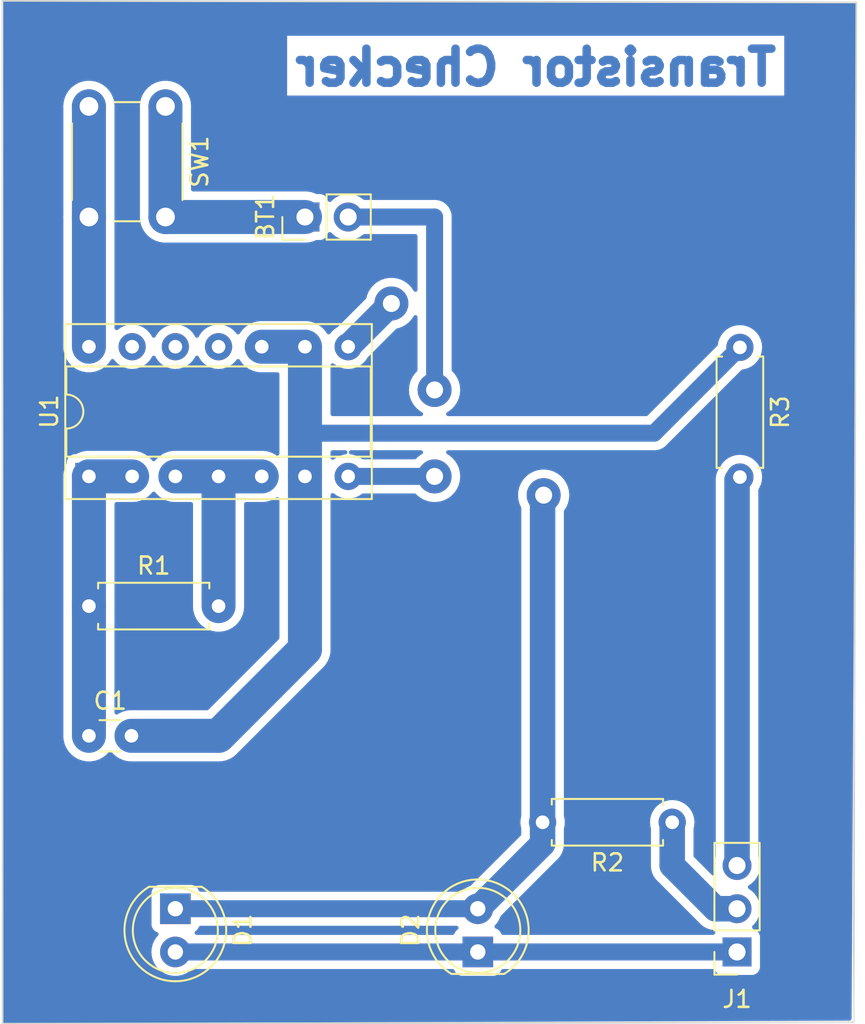
<source format=kicad_pcb>
(kicad_pcb (version 20221018) (generator pcbnew)
  (layers (0 "F.Cu" signal) (31 "B.Cu" signal) (34 "B.Paste" user) (35 "F.Paste" user) (36 "B.SilkS" user "B.Silkscreen") (37 "F.SilkS" user "F.Silkscreen") (38 "B.Mask" user) (39 "F.Mask" user) (44 "Edge.Cuts" user))
  (net 0 "")
  (net 1 "Net-(BT1-+)")
  (net 2 "Net-(BT1--)")
  (net 3 "Net-(C1-Pad1)")
  (net 4 "Net-(C1-Pad2)")
  (net 5 "Net-(D1-K)")
  (net 6 "Net-(D1-A)")
  (net 7 "Net-(J1-Pin_2)")
  (net 8 "Net-(J1-Pin_3)")
  (net 9 "Net-(R1-Pad2)")
  (net 10 "Net-(U1E-VCC)")
  (footprint "LED_THT:LED_D5.0mm" (layer "F.Cu") (at 53.34 81.28 90)
    (fp_text reference "D2" (at 1.27 -3.96 90) (layer "F.SilkS"))
    (fp_text value "LED")
    (fp_line (start -1.29 -1.545) (end -1.29 1.545) (stroke (width 0.12)) (layer "F.SilkS"))
    (fp_arc (start -1.29 -1.54483) (mid 2.072002 -2.880433) (end 4.26 0.000462) (stroke (width 0.12)) (layer "F.SilkS"))
    (fp_arc (start 4.26 -0.000462) (mid 2.072002 2.880433) (end -1.29 1.54483) (stroke (width 0.12)) (layer "F.SilkS"))
    (fp_circle (center 1.27 0) (end 3.77 0) (stroke (width 0.12)) (fill none) (layer "F.SilkS"))
    (pad "1" thru_hole rect (at 0 0 90) (size 1.8 1.8) (drill 0.9) (layers "*.Cu" "*.Mask") (net 6 "Net-(D1-A)"))
    (pad "2" thru_hole circle (at 2.54 0 90) (size 1.8 1.8) (drill 0.9) (layers "*.Cu" "*.Mask") (net 5 "Net-(D1-K)"))
  )
  (footprint "Capacitor_THT:C_Disc_D3.0mm_W1.6mm_P2.50mm" (layer "F.Cu") (at 30.48 68.58)
    (fp_text reference "C1" (at 1.25 -2.05) (layer "F.SilkS"))
    (fp_text value "1u")
    (fp_line (start 0.621 -0.92) (end 1.879 -0.92) (stroke (width 0.12)) (layer "F.SilkS"))
    (fp_line (start 0.621 0.92) (end 1.879 0.92) (stroke (width 0.12)) (layer "F.SilkS"))
    (pad "1" thru_hole circle (at 0 0) (size 1.6 1.6) (drill 0.8) (layers "*.Cu" "*.Mask") (net 3 "Net-(C1-Pad1)"))
    (pad "2" thru_hole circle (at 2.5 0) (size 1.6 1.6) (drill 0.8) (layers "*.Cu" "*.Mask") (net 4 "Net-(C1-Pad2)"))
  )
  (footprint "LED_THT:LED_D5.0mm" (layer "F.Cu") (at 35.56 78.74 -90)
    (fp_text reference "D1" (at 1.27 -3.96 90) (layer "F.SilkS"))
    (fp_text value "LED")
    (fp_line (start -1.29 -1.545) (end -1.29 1.545) (stroke (width 0.12)) (layer "F.SilkS"))
    (fp_arc (start -1.29 -1.54483) (mid 2.072002 -2.880433) (end 4.26 0.000462) (stroke (width 0.12)) (layer "F.SilkS"))
    (fp_arc (start 4.26 -0.000462) (mid 2.072002 2.880433) (end -1.29 1.54483) (stroke (width 0.12)) (layer "F.SilkS"))
    (fp_circle (center 1.27 0) (end 3.77 0) (stroke (width 0.12)) (fill none) (layer "F.SilkS"))
    (pad "1" thru_hole rect (at 0 0 270) (size 1.8 1.8) (drill 0.9) (layers "*.Cu" "*.Mask") (net 5 "Net-(D1-K)"))
    (pad "2" thru_hole circle (at 2.54 0 270) (size 1.8 1.8) (drill 0.9) (layers "*.Cu" "*.Mask") (net 6 "Net-(D1-A)"))
  )
  (footprint "Connector_PinSocket_2.54mm:PinSocket_1x03_P2.54mm_Vertical" (layer "F.Cu") (at 68.58 81.28 180)
    (fp_text reference "J1" (at 0 -2.77) (layer "F.SilkS"))
    (fp_text value "Conn_01x03_Socket")
    (fp_line (start -1.33 1.27) (end -1.33 6.41) (stroke (width 0.12)) (layer "F.SilkS"))
    (fp_line (start -1.33 1.27) (end 1.33 1.27) (stroke (width 0.12)) (layer "F.SilkS"))
    (fp_line (start -1.33 6.41) (end 1.33 6.41) (stroke (width 0.12)) (layer "F.SilkS"))
    (fp_line (start 0 -1.33) (end 1.33 -1.33) (stroke (width 0.12)) (layer "F.SilkS"))
    (fp_line (start 1.33 -1.33) (end 1.33 0) (stroke (width 0.12)) (layer "F.SilkS"))
    (fp_line (start 1.33 1.27) (end 1.33 6.41) (stroke (width 0.12)) (layer "F.SilkS"))
    (pad "1" thru_hole rect (at 0 0 180) (size 1.7 1.7) (drill 1) (layers "*.Cu" "*.Mask") (net 6 "Net-(D1-A)"))
    (pad "2" thru_hole oval (at 0 2.54 180) (size 1.7 1.7) (drill 1) (layers "*.Cu" "*.Mask") (net 7 "Net-(J1-Pin_2)"))
    (pad "3" thru_hole oval (at 0 5.08 180) (size 1.7 1.7) (drill 1) (layers "*.Cu" "*.Mask") (net 8 "Net-(J1-Pin_3)"))
  )
  (footprint "Button_Switch_THT:SW_PUSH_6mm_H5mm" (layer "F.Cu") (at 34.98 31.6 -90)
    (fp_text reference "SW1" (at 3.25 -2 90) (layer "F.SilkS"))
    (fp_text value "SW_Push")
    (fp_line (start -0.25 1.5) (end -0.25 3) (stroke (width 0.12)) (layer "F.SilkS"))
    (fp_line (start 1 5.5) (end 5.5 5.5) (stroke (width 0.12)) (layer "F.SilkS"))
    (fp_line (start 5.5 -1) (end 1 -1) (stroke (width 0.12)) (layer "F.SilkS"))
    (fp_line (start 6.75 3) (end 6.75 1.5) (stroke (width 0.12)) (layer "F.SilkS"))
    (pad "1" thru_hole circle (at 0 0) (size 2 2) (drill 1.1) (layers "*.Cu" "*.Mask") (net 1 "Net-(BT1-+)"))
    (pad "1" thru_hole circle (at 6.5 0) (size 2 2) (drill 1.1) (layers "*.Cu" "*.Mask") (net 1 "Net-(BT1-+)"))
    (pad "2" thru_hole circle (at 0 4.5) (size 2 2) (drill 1.1) (layers "*.Cu" "*.Mask") (net 10 "Net-(U1E-VCC)"))
    (pad "2" thru_hole circle (at 6.5 4.5) (size 2 2) (drill 1.1) (layers "*.Cu" "*.Mask") (net 10 "Net-(U1E-VCC)"))
  )
  (footprint "Connector_PinHeader_2.54mm:PinHeader_1x02_P2.54mm_Vertical" (layer "F.Cu") (at 43.18 38.1 90)
    (fp_text reference "BT1" (at 0 -2.33 90) (layer "F.SilkS"))
    (fp_text value "Battery")
    (fp_line (start -1.33 -1.33) (end 0 -1.33) (stroke (width 0.12)) (layer "F.SilkS"))
    (fp_line (start -1.33 0) (end -1.33 -1.33) (stroke (width 0.12)) (layer "F.SilkS"))
    (fp_line (start -1.33 1.27) (end -1.33 3.87) (stroke (width 0.12)) (layer "F.SilkS"))
    (fp_line (start -1.33 1.27) (end 1.33 1.27) (stroke (width 0.12)) (layer "F.SilkS"))
    (fp_line (start -1.33 3.87) (end 1.33 3.87) (stroke (width 0.12)) (layer "F.SilkS"))
    (fp_line (start 1.33 1.27) (end 1.33 3.87) (stroke (width 0.12)) (layer "F.SilkS"))
    (pad "1" thru_hole rect (at 0 0 90) (size 1.7 1.7) (drill 1) (layers "*.Cu" "*.Mask") (net 1 "Net-(BT1-+)"))
    (pad "2" thru_hole oval (at 0 2.54 90) (size 1.7 1.7) (drill 1) (layers "*.Cu" "*.Mask") (net 2 "Net-(BT1--)"))
  )
  (footprint "Resistor_THT:R_Axial_DIN0207_L6.3mm_D2.5mm_P7.62mm_Horizontal" (layer "F.Cu") (at 68.748331 45.758596 -90)
    (fp_text reference "R3" (at 3.81 -2.37 90) (layer "F.SilkS"))
    (fp_text value "220")
    (fp_line (start 0.54 -1.37) (end 7.08 -1.37) (stroke (width 0.12)) (layer "F.SilkS"))
    (fp_line (start 0.54 -1.04) (end 0.54 -1.37) (stroke (width 0.12)) (layer "F.SilkS"))
    (fp_line (start 0.54 1.04) (end 0.54 1.37) (stroke (width 0.12)) (layer "F.SilkS"))
    (fp_line (start 0.54 1.37) (end 7.08 1.37) (stroke (width 0.12)) (layer "F.SilkS"))
    (fp_line (start 7.08 -1.37) (end 7.08 -1.04) (stroke (width 0.12)) (layer "F.SilkS"))
    (fp_line (start 7.08 1.37) (end 7.08 1.04) (stroke (width 0.12)) (layer "F.SilkS"))
    (pad "1" thru_hole circle (at 0 0 270) (size 1.6 1.6) (drill 0.8) (layers "*.Cu" "*.Mask") (net 4 "Net-(C1-Pad2)"))
    (pad "2" thru_hole oval (at 7.62 0 270) (size 1.6 1.6) (drill 0.8) (layers "*.Cu" "*.Mask") (net 8 "Net-(J1-Pin_3)"))
  )
  (footprint "Resistor_THT:R_Axial_DIN0207_L6.3mm_D2.5mm_P7.62mm_Horizontal" (layer "F.Cu") (at 64.77 73.66 180)
    (fp_text reference "R2" (at 3.81 -2.37) (layer "F.SilkS"))
    (fp_text value "220")
    (fp_line (start 0.54 -1.37) (end 7.08 -1.37) (stroke (width 0.12)) (layer "F.SilkS"))
    (fp_line (start 0.54 -1.04) (end 0.54 -1.37) (stroke (width 0.12)) (layer "F.SilkS"))
    (fp_line (start 0.54 1.04) (end 0.54 1.37) (stroke (width 0.12)) (layer "F.SilkS"))
    (fp_line (start 0.54 1.37) (end 7.08 1.37) (stroke (width 0.12)) (layer "F.SilkS"))
    (fp_line (start 7.08 -1.37) (end 7.08 -1.04) (stroke (width 0.12)) (layer "F.SilkS"))
    (fp_line (start 7.08 1.37) (end 7.08 1.04) (stroke (width 0.12)) (layer "F.SilkS"))
    (pad "1" thru_hole circle (at 0 0 180) (size 1.6 1.6) (drill 0.8) (layers "*.Cu" "*.Mask") (net 7 "Net-(J1-Pin_2)"))
    (pad "2" thru_hole oval (at 7.62 0 180) (size 1.6 1.6) (drill 0.8) (layers "*.Cu" "*.Mask") (net 5 "Net-(D1-K)"))
  )
  (footprint "Resistor_THT:R_Axial_DIN0207_L6.3mm_D2.5mm_P7.62mm_Horizontal" (layer "F.Cu") (at 30.48 60.96)
    (fp_text reference "R1" (at 3.81 -2.37) (layer "F.SilkS"))
    (fp_text value "1k")
    (fp_line (start 0.54 -1.37) (end 7.08 -1.37) (stroke (width 0.12)) (layer "F.SilkS"))
    (fp_line (start 0.54 -1.04) (end 0.54 -1.37) (stroke (width 0.12)) (layer "F.SilkS"))
    (fp_line (start 0.54 1.04) (end 0.54 1.37) (stroke (width 0.12)) (layer "F.SilkS"))
    (fp_line (start 0.54 1.37) (end 7.08 1.37) (stroke (width 0.12)) (layer "F.SilkS"))
    (fp_line (start 7.08 -1.37) (end 7.08 -1.04) (stroke (width 0.12)) (layer "F.SilkS"))
    (fp_line (start 7.08 1.37) (end 7.08 1.04) (stroke (width 0.12)) (layer "F.SilkS"))
    (pad "1" thru_hole circle (at 0 0) (size 1.6 1.6) (drill 0.8) (layers "*.Cu" "*.Mask") (net 3 "Net-(C1-Pad1)"))
    (pad "2" thru_hole oval (at 7.62 0) (size 1.6 1.6) (drill 0.8) (layers "*.Cu" "*.Mask") (net 9 "Net-(R1-Pad2)"))
  )
  (footprint "Package_DIP:DIP-14_W7.62mm_Socket" (layer "F.Cu") (at 30.48 53.34 90)
    (fp_text reference "U1" (at 3.81 -2.33 90) (layer "F.SilkS"))
    (fp_text value "7400")
    (fp_line (start -1.33 -1.39) (end -1.33 16.63) (stroke (width 0.12)) (layer "F.SilkS"))
    (fp_line (start -1.33 16.63) (end 8.95 16.63) (stroke (width 0.12)) (layer "F.SilkS"))
    (fp_line (start 1.16 -1.33) (end 1.16 16.57) (stroke (width 0.12)) (layer "F.SilkS"))
    (fp_line (start 1.16 16.57) (end 6.46 16.57) (stroke (width 0.12)) (layer "F.SilkS"))
    (fp_line (start 2.81 -1.33) (end 1.16 -1.33) (stroke (width 0.12)) (layer "F.SilkS"))
    (fp_line (start 6.46 -1.33) (end 4.81 -1.33) (stroke (width 0.12)) (layer "F.SilkS"))
    (fp_line (start 6.46 16.57) (end 6.46 -1.33) (stroke (width 0.12)) (layer "F.SilkS"))
    (fp_line (start 8.95 -1.39) (end -1.33 -1.39) (stroke (width 0.12)) (layer "F.SilkS"))
    (fp_line (start 8.95 16.63) (end 8.95 -1.39) (stroke (width 0.12)) (layer "F.SilkS"))
    (fp_arc (start 4.81 -1.33) (mid 3.81 -0.33) (end 2.81 -1.33) (stroke (width 0.12)) (layer "F.SilkS"))
    (pad "1" thru_hole rect (at 0 0 90) (size 1.6 1.6) (drill 0.8) (layers "*.Cu" "*.Mask") (net 3 "Net-(C1-Pad1)"))
    (pad "2" thru_hole oval (at 0 2.54 90) (size 1.6 1.6) (drill 0.8) (layers "*.Cu" "*.Mask") (net 3 "Net-(C1-Pad1)"))
    (pad "3" thru_hole oval (at 0 5.08 90) (size 1.6 1.6) (drill 0.8) (layers "*.Cu" "*.Mask") (net 9 "Net-(R1-Pad2)"))
    (pad "4" thru_hole oval (at 0 7.62 90) (size 1.6 1.6) (drill 0.8) (layers "*.Cu" "*.Mask") (net 9 "Net-(R1-Pad2)"))
    (pad "5" thru_hole oval (at 0 10.16 90) (size 1.6 1.6) (drill 0.8) (layers "*.Cu" "*.Mask") (net 9 "Net-(R1-Pad2)"))
    (pad "6" thru_hole oval (at 0 12.7 90) (size 1.6 1.6) (drill 0.8) (layers "*.Cu" "*.Mask") (net 4 "Net-(C1-Pad2)"))
    (pad "7" thru_hole oval (at 0 15.24 90) (size 1.6 1.6) (drill 0.8) (layers "*.Cu" "*.Mask") (net 2 "Net-(BT1--)"))
    (pad "8" thru_hole oval (at 7.62 15.24 90) (size 1.6 1.6) (drill 0.8) (layers "*.Cu" "*.Mask") (net 5 "Net-(D1-K)"))
    (pad "9" thru_hole oval (at 7.62 12.7 90) (size 1.6 1.6) (drill 0.8) (layers "*.Cu" "*.Mask") (net 4 "Net-(C1-Pad2)"))
    (pad "10" thru_hole oval (at 7.62 10.16 90) (size 1.6 1.6) (drill 0.8) (layers "*.Cu" "*.Mask") (net 4 "Net-(C1-Pad2)"))
    (pad "11" thru_hole oval (at 7.62 7.62 90) (size 1.6 1.6) (drill 0.8) (layers "*.Cu" "*.Mask"))
    (pad "12" thru_hole oval (at 7.62 5.08 90) (size 1.6 1.6) (drill 0.8) (layers "*.Cu" "*.Mask"))
    (pad "13" thru_hole oval (at 7.62 2.54 90) (size 1.6 1.6) (drill 0.8) (layers "*.Cu" "*.Mask"))
    (pad "14" thru_hole oval (at 7.62 0 90) (size 1.6 1.6) (drill 0.8) (layers "*.Cu" "*.Mask") (net 10 "Net-(U1E-VCC)"))
  )
  (gr_line (start 25.408043 85.492773) (end 25.4 25.4) (stroke (width 0.1)) (layer "Edge.Cuts"))
  (gr_line (start 75.432333 85.41299) (end 25.408043 85.492773) (stroke (width 0.1)) (layer "Edge.Cuts"))
  (gr_line (start 75.5919 25.495538) (end 75.432333 85.41299) (stroke (width 0.1)) (layer "Edge.Cuts"))
  (gr_line (start 25.4 25.4) (end 75.5919 25.495538) (stroke (width 0.1)) (layer "Edge.Cuts"))
  (gr_text "Transistor Checker" (at 71.12 30.48) (layer "B.Cu") (effects (font (size 2 2) (thickness 0.5) bold) (justify left bottom mirror)))
  (segment (start 34.98 38.1) (end 43.18 38.1) (width 2) (layer "B.Cu") (net 1))
  (segment (start 34.98 38.1) (end 34.98 31.6) (width 2) (layer "B.Cu") (net 1))
  (via (at 50.8 48.26) (size 2) (drill 1) (layers "F.Cu" "B.Cu") (net 2))
  (via (at 50.8 53.34) (size 2) (drill 1) (layers "F.Cu" "B.Cu") (net 2))
  (segment (start 45.72 38.1) (end 50.8 38.1) (width 1) (layer "B.Cu") (net 2))
  (segment (start 50.8 38.1) (end 50.8 48.26) (width 1) (layer "B.Cu") (net 2))
  (segment (start 50.8 53.34) (end 45.72 53.34) (width 1) (layer "B.Cu") (net 2))
  (segment (start 30.48 53.34) (end 33.02 53.34) (width 2) (layer "B.Cu") (net 3))
  (segment (start 30.48 68.58) (end 30.48 60.96) (width 2) (layer "B.Cu") (net 3))
  (segment (start 30.48 53.34) (end 30.48 60.96) (width 2) (layer "B.Cu") (net 3))
  (segment (start 38.1 68.58) (end 43.18 63.5) (width 2) (layer "B.Cu") (net 4))
  (segment (start 43.18 45.72) (end 43.18 53.34) (width 2) (layer "B.Cu") (net 4))
  (segment (start 63.706927 50.8) (end 43.18 50.8) (width 1) (layer "B.Cu") (net 4))
  (segment (start 32.98 68.58) (end 38.1 68.58) (width 2) (layer "B.Cu") (net 4))
  (segment (start 43.18 50.8) (end 43.18 45.72) (width 1) (layer "B.Cu") (net 4))
  (segment (start 43.18 63.5) (end 43.18 53.34) (width 2) (layer "B.Cu") (net 4))
  (segment (start 40.64 45.72) (end 43.18 45.72) (width 2) (layer "B.Cu") (net 4))
  (segment (start 68.748331 45.758596) (end 63.706927 50.8) (width 1) (layer "B.Cu") (net 4))
  (via (at 57.211756 54.44126) (size 2) (drill 1) (layers "F.Cu" "B.Cu") (net 5))
  (via (at 48.26 43.18) (size 2) (drill 1) (layers "F.Cu" "B.Cu") (net 5))
  (segment (start 57.15 54.503016) (end 57.15 73.66) (width 1.5) (layer "B.Cu") (net 5))
  (segment (start 57.15 74.93) (end 53.34 78.74) (width 1.5) (layer "B.Cu") (net 5))
  (segment (start 57.211756 54.44126) (end 57.15 54.503016) (width 1.5) (layer "B.Cu") (net 5))
  (segment (start 45.72 45.72) (end 48.26 43.18) (width 1.5) (layer "B.Cu") (net 5))
  (segment (start 57.15 73.66) (end 57.15 74.93) (width 1.5) (layer "B.Cu") (net 5))
  (segment (start 35.56 78.74) (end 53.34 78.74) (width 1) (layer "B.Cu") (net 5))
  (segment (start 35.56 81.28) (end 53.34 81.28) (width 1) (layer "B.Cu") (net 6))
  (segment (start 53.34 81.28) (end 68.58 81.28) (width 1) (layer "B.Cu") (net 6))
  (segment (start 67.31 78.74) (end 68.58 78.74) (width 1.5) (layer "B.Cu") (net 7))
  (segment (start 64.77 73.66) (end 64.77 76.2) (width 1.5) (layer "B.Cu") (net 7))
  (segment (start 64.77 76.2) (end 67.31 78.74) (width 1.5) (layer "B.Cu") (net 7))
  (segment (start 68.58 53.546927) (end 68.748331 53.378596) (width 1.5) (layer "B.Cu") (net 8))
  (segment (start 68.58 76.2) (end 68.58 53.546927) (width 1.5) (layer "B.Cu") (net 8))
  (segment (start 38.1 60.96) (end 38.1 53.34) (width 2) (layer "B.Cu") (net 9))
  (segment (start 38.1 53.34) (end 40.64 53.34) (width 2) (layer "B.Cu") (net 9))
  (segment (start 38.1 53.34) (end 35.56 53.34) (width 2) (layer "B.Cu") (net 9))
  (segment (start 30.48 38.1) (end 30.48 31.6) (width 2) (layer "B.Cu") (net 10))
  (segment (start 30.48 38.1) (end 30.48 45.72) (width 2) (layer "B.Cu") (net 10))
  (zone (net 0) (net_name "") (layer "B.Cu") (connect_pads (clearance 0.5)) (min_thickness 0.25) (fill yes (thermal_gap 0.5) (thermal_bridge_width 0.5) (island_removal_mode 1) (island_area_min 10))
    (polygon (pts (xy 25.4 25.4) (xy 75.623948 25.373732) (xy 75.315234 85.315839) (xy 25.251997 85.470197)))
  )
)
</source>
